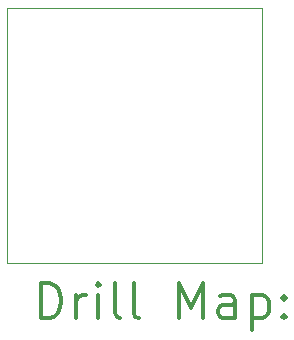
<source format=gbr>
%FSLAX45Y45*%
G04 Gerber Fmt 4.5, Leading zero omitted, Abs format (unit mm)*
G04 Created by KiCad (PCBNEW 5.1.4) date 2020-01-07 14:32:07*
%MOMM*%
%LPD*%
G04 APERTURE LIST*
%ADD10C,0.050000*%
%ADD11C,0.200000*%
%ADD12C,0.300000*%
G04 APERTURE END LIST*
D10*
X9317000Y-5152000D02*
X9317000Y-7311000D01*
X11476000Y-5152000D02*
X9317000Y-5152000D01*
X11476000Y-7311000D02*
X11476000Y-5152000D01*
X9317000Y-7311000D02*
X11476000Y-7311000D01*
D11*
D12*
X9600928Y-7779214D02*
X9600928Y-7479214D01*
X9672357Y-7479214D01*
X9715214Y-7493500D01*
X9743786Y-7522071D01*
X9758071Y-7550643D01*
X9772357Y-7607786D01*
X9772357Y-7650643D01*
X9758071Y-7707786D01*
X9743786Y-7736357D01*
X9715214Y-7764929D01*
X9672357Y-7779214D01*
X9600928Y-7779214D01*
X9900928Y-7779214D02*
X9900928Y-7579214D01*
X9900928Y-7636357D02*
X9915214Y-7607786D01*
X9929500Y-7593500D01*
X9958071Y-7579214D01*
X9986643Y-7579214D01*
X10086643Y-7779214D02*
X10086643Y-7579214D01*
X10086643Y-7479214D02*
X10072357Y-7493500D01*
X10086643Y-7507786D01*
X10100928Y-7493500D01*
X10086643Y-7479214D01*
X10086643Y-7507786D01*
X10272357Y-7779214D02*
X10243786Y-7764929D01*
X10229500Y-7736357D01*
X10229500Y-7479214D01*
X10429500Y-7779214D02*
X10400928Y-7764929D01*
X10386643Y-7736357D01*
X10386643Y-7479214D01*
X10772357Y-7779214D02*
X10772357Y-7479214D01*
X10872357Y-7693500D01*
X10972357Y-7479214D01*
X10972357Y-7779214D01*
X11243786Y-7779214D02*
X11243786Y-7622071D01*
X11229500Y-7593500D01*
X11200928Y-7579214D01*
X11143786Y-7579214D01*
X11115214Y-7593500D01*
X11243786Y-7764929D02*
X11215214Y-7779214D01*
X11143786Y-7779214D01*
X11115214Y-7764929D01*
X11100928Y-7736357D01*
X11100928Y-7707786D01*
X11115214Y-7679214D01*
X11143786Y-7664929D01*
X11215214Y-7664929D01*
X11243786Y-7650643D01*
X11386643Y-7579214D02*
X11386643Y-7879214D01*
X11386643Y-7593500D02*
X11415214Y-7579214D01*
X11472357Y-7579214D01*
X11500928Y-7593500D01*
X11515214Y-7607786D01*
X11529500Y-7636357D01*
X11529500Y-7722071D01*
X11515214Y-7750643D01*
X11500928Y-7764929D01*
X11472357Y-7779214D01*
X11415214Y-7779214D01*
X11386643Y-7764929D01*
X11658071Y-7750643D02*
X11672357Y-7764929D01*
X11658071Y-7779214D01*
X11643786Y-7764929D01*
X11658071Y-7750643D01*
X11658071Y-7779214D01*
X11658071Y-7593500D02*
X11672357Y-7607786D01*
X11658071Y-7622071D01*
X11643786Y-7607786D01*
X11658071Y-7593500D01*
X11658071Y-7622071D01*
M02*

</source>
